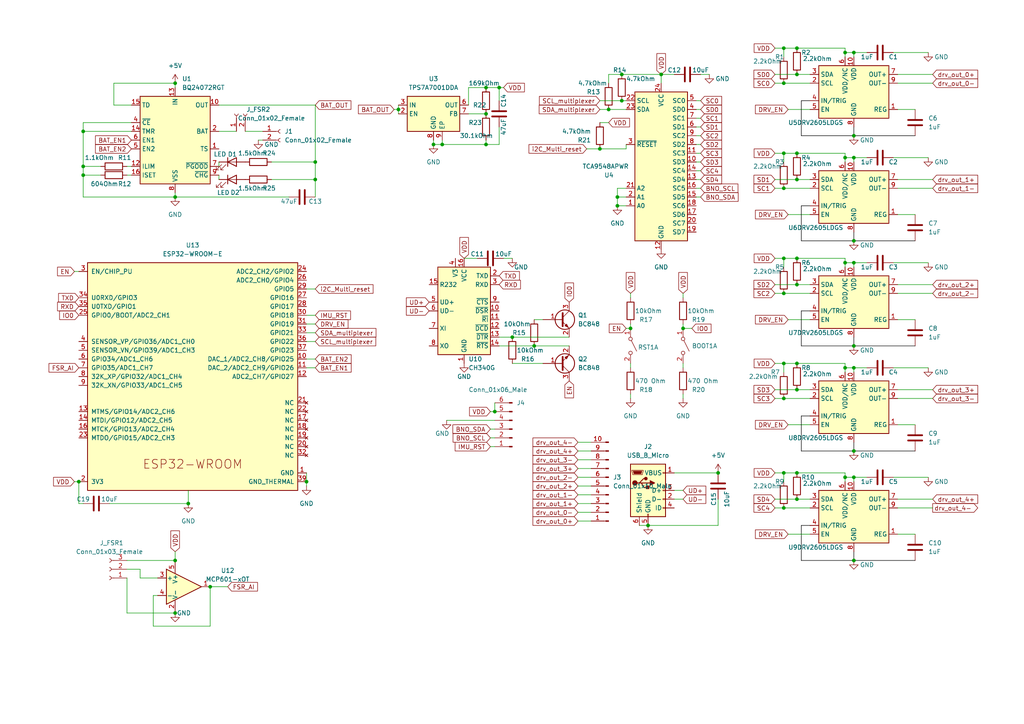
<source format=kicad_sch>
(kicad_sch (version 20211123) (generator eeschema)
  (paper "A4")
  (junction (at 176.53 31.75))
  (junction (at 191.77 21.59))
  (junction (at 180.34 21.59))
  (junction (at 182.88 95.25))
  (junction (at 24.13 38.1))
  (junction (at 180.34 29.21))
  (junction (at 140.97 25.4))
  (junction (at 227.33 24.13))
  (junction (at 91.44 52.07))
  (junction (at 50.8 162.56))
  (junction (at 140.97 33.02))
  (junction (at 231.14 52.07))
  (junction (at 245.11 15.24))
  (junction (at 227.33 137.16))
  (junction (at 22.86 139.7))
  (junction (at 227.33 147.32))
  (junction (at 144.78 25.4))
  (junction (at 231.14 137.16))
  (junction (at 50.8 24.13))
  (junction (at 198.12 95.25))
  (junction (at 148.59 97.79))
  (junction (at 231.14 144.78))
  (junction (at 231.14 105.41))
  (junction (at 143.51 119.38))
  (junction (at 231.14 21.59))
  (junction (at 227.33 115.57))
  (junction (at 245.11 106.68))
  (junction (at 227.33 13.97))
  (junction (at 88.9 139.7))
  (junction (at 231.14 13.97))
  (junction (at 247.65 45.72))
  (junction (at 115.57 31.75))
  (junction (at 208.28 137.16))
  (junction (at 24.13 48.26))
  (junction (at 231.14 44.45))
  (junction (at 128.27 41.91))
  (junction (at 173.99 43.18))
  (junction (at 179.07 57.15))
  (junction (at 247.65 106.68))
  (junction (at 247.65 100.33))
  (junction (at 227.33 74.93))
  (junction (at 247.65 138.43))
  (junction (at 179.07 59.69))
  (junction (at 187.96 152.4))
  (junction (at 125.73 41.91))
  (junction (at 247.65 76.2))
  (junction (at 247.65 162.56))
  (junction (at 50.8 57.15))
  (junction (at 154.94 100.33))
  (junction (at 227.33 54.61))
  (junction (at 140.97 41.91))
  (junction (at 50.8 177.8))
  (junction (at 54.61 146.05))
  (junction (at 245.11 76.2))
  (junction (at 247.65 130.81))
  (junction (at 227.33 105.41))
  (junction (at 24.13 50.8))
  (junction (at 231.14 82.55))
  (junction (at 247.65 39.37))
  (junction (at 231.14 113.03))
  (junction (at 91.44 46.99))
  (junction (at 227.33 85.09))
  (junction (at 245.11 45.72))
  (junction (at 247.65 15.24))
  (junction (at 247.65 69.85))
  (junction (at 231.14 74.93))
  (junction (at 227.33 44.45))
  (junction (at 60.96 170.18))
  (junction (at 245.11 138.43))
  (wire (pts (xy 231.14 52.07) (xy 234.95 52.07)))
  (wire (pts (xy 247.65 106.68) (xy 251.46 106.68)))
  (wire (pts (xy 36.83 48.26) (xy 38.1 48.26)))
  (wire (pts (xy 129.54 121.92) (xy 143.51 121.92)))
  (wire (pts (xy 91.44 30.48) (xy 91.44 46.99)))
  (wire (pts (xy 260.35 82.55) (xy 270.51 82.55)))
  (wire (pts (xy 247.65 69.85) (xy 247.65 67.31)) (stroke (width 0) (color 0 0 0 1)))
  (wire (pts (xy 247.65 100.33) (xy 265.43 100.33)) (stroke (width 0) (color 0 0 0 1)))
  (wire (pts (xy 40.64 167.64) (xy 45.72 167.64)))
  (wire (pts (xy 247.65 139.7) (xy 247.65 138.43)))
  (wire (pts (xy 245.11 106.68) (xy 247.65 106.68)))
  (wire (pts (xy 227.33 85.09) (xy 234.95 85.09)))
  (wire (pts (xy 40.64 167.64) (xy 40.64 165.1)))
  (wire (pts (xy 191.77 21.59) (xy 195.58 21.59)))
  (wire (pts (xy 22.86 146.05) (xy 22.86 139.7)))
  (wire (pts (xy 247.65 130.81) (xy 265.43 130.81)) (stroke (width 0) (color 0 0 0 1)))
  (wire (pts (xy 203.2 44.45) (xy 201.93 44.45)))
  (wire (pts (xy 245.11 105.41) (xy 245.11 106.68)))
  (wire (pts (xy 144.78 25.4) (xy 140.97 25.4)))
  (wire (pts (xy 227.33 105.41) (xy 231.14 105.41)))
  (wire (pts (xy 29.21 50.8) (xy 24.13 50.8)))
  (wire (pts (xy 74.93 40.64) (xy 76.2 40.64)))
  (wire (pts (xy 91.44 99.06) (xy 88.9 99.06)))
  (wire (pts (xy 115.57 30.48) (xy 115.57 31.75)))
  (wire (pts (xy 234.95 152.4) (xy 232.41 152.4)) (stroke (width 0) (color 0 0 0 1)))
  (wire (pts (xy 247.65 100.33) (xy 247.65 97.79)) (stroke (width 0) (color 0 0 0 1)))
  (wire (pts (xy 198.12 106.68) (xy 198.12 105.41)))
  (wire (pts (xy 50.8 57.15) (xy 83.82 57.15)))
  (wire (pts (xy 24.13 35.56) (xy 24.13 38.1)))
  (wire (pts (xy 245.11 45.72) (xy 247.65 45.72)))
  (wire (pts (xy 203.2 54.61) (xy 201.93 54.61)))
  (wire (pts (xy 140.97 40.64) (xy 140.97 41.91)))
  (wire (pts (xy 260.35 54.61) (xy 270.51 54.61)))
  (wire (pts (xy 224.79 105.41) (xy 227.33 105.41)))
  (wire (pts (xy 247.65 69.85) (xy 265.43 69.85)) (stroke (width 0) (color 0 0 0 1)))
  (wire (pts (xy 260.35 147.32) (xy 270.51 147.32)))
  (wire (pts (xy 24.13 146.05) (xy 22.86 146.05)))
  (wire (pts (xy 31.75 146.05) (xy 54.61 146.05)))
  (wire (pts (xy 148.59 97.79) (xy 165.1 97.79)))
  (wire (pts (xy 179.07 57.15) (xy 181.61 57.15)))
  (wire (pts (xy 234.95 59.69) (xy 232.41 59.69)) (stroke (width 0) (color 0 0 0 1)))
  (wire (pts (xy 142.24 119.38) (xy 143.51 119.38)))
  (wire (pts (xy 203.2 52.07) (xy 201.93 52.07)))
  (wire (pts (xy 36.83 162.56) (xy 50.8 162.56)))
  (wire (pts (xy 260.35 154.94) (xy 265.43 154.94)))
  (wire (pts (xy 54.61 142.24) (xy 54.61 146.05)))
  (wire (pts (xy 203.2 36.83) (xy 201.93 36.83)))
  (wire (pts (xy 135.89 25.4) (xy 140.97 25.4)))
  (wire (pts (xy 128.27 41.91) (xy 140.97 41.91)))
  (wire (pts (xy 227.33 115.57) (xy 234.95 115.57)))
  (wire (pts (xy 134.62 74.93) (xy 138.43 74.93)))
  (wire (pts (xy 260.35 62.23) (xy 265.43 62.23)))
  (wire (pts (xy 21.59 139.7) (xy 22.86 139.7)))
  (wire (pts (xy 269.24 45.72) (xy 259.08 45.72)))
  (wire (pts (xy 181.61 95.25) (xy 182.88 95.25)))
  (wire (pts (xy 232.41 162.56) (xy 247.65 162.56)) (stroke (width 0) (color 5 5 5 1)))
  (wire (pts (xy 224.79 85.09) (xy 227.33 85.09)))
  (wire (pts (xy 148.59 105.41) (xy 157.48 105.41)))
  (wire (pts (xy 227.33 139.7) (xy 227.33 137.16)))
  (wire (pts (xy 180.34 21.59) (xy 191.77 21.59)))
  (wire (pts (xy 144.78 97.79) (xy 148.59 97.79)))
  (wire (pts (xy 227.33 147.32) (xy 234.95 147.32)))
  (wire (pts (xy 195.58 137.16) (xy 208.28 137.16)))
  (wire (pts (xy 224.79 115.57) (xy 227.33 115.57)))
  (wire (pts (xy 232.41 29.21) (xy 232.41 39.37)) (stroke (width 0) (color 0 0 0 1)))
  (wire (pts (xy 135.89 33.02) (xy 140.97 33.02)))
  (wire (pts (xy 245.11 44.45) (xy 245.11 45.72)))
  (wire (pts (xy 203.2 39.37) (xy 201.93 39.37)))
  (wire (pts (xy 228.6 92.71) (xy 234.95 92.71)))
  (wire (pts (xy 208.28 152.4) (xy 187.96 152.4)))
  (wire (pts (xy 144.78 41.91) (xy 140.97 41.91)))
  (wire (pts (xy 63.5 38.1) (xy 68.58 38.1)))
  (wire (pts (xy 228.6 31.75) (xy 234.95 31.75)))
  (wire (pts (xy 224.79 21.59) (xy 231.14 21.59)))
  (wire (pts (xy 260.35 113.03) (xy 270.51 113.03)))
  (wire (pts (xy 208.28 144.78) (xy 208.28 152.4)))
  (wire (pts (xy 203.2 29.21) (xy 201.93 29.21)))
  (wire (pts (xy 167.64 128.27) (xy 171.45 128.27)))
  (wire (pts (xy 247.65 77.47) (xy 247.65 76.2)))
  (wire (pts (xy 232.41 69.85) (xy 247.65 69.85)) (stroke (width 0) (color 5 5 5 1)))
  (wire (pts (xy 232.41 152.4) (xy 232.41 162.56)) (stroke (width 0) (color 0 0 0 1)))
  (wire (pts (xy 170.18 43.18) (xy 173.99 43.18)))
  (wire (pts (xy 245.11 138.43) (xy 245.11 139.7)))
  (wire (pts (xy 231.14 105.41) (xy 245.11 105.41)))
  (wire (pts (xy 60.96 170.18) (xy 60.96 181.61)))
  (wire (pts (xy 63.5 52.07) (xy 63.5 50.8)))
  (wire (pts (xy 167.64 138.43) (xy 171.45 138.43)))
  (wire (pts (xy 185.42 152.4) (xy 187.96 152.4)))
  (wire (pts (xy 167.64 140.97) (xy 171.45 140.97)))
  (wire (pts (xy 167.64 148.59) (xy 171.45 148.59)))
  (wire (pts (xy 91.44 91.44) (xy 88.9 91.44)))
  (wire (pts (xy 224.79 74.93) (xy 227.33 74.93)))
  (wire (pts (xy 260.35 92.71) (xy 265.43 92.71)))
  (wire (pts (xy 91.44 104.14) (xy 88.9 104.14)))
  (wire (pts (xy 228.6 154.94) (xy 234.95 154.94)))
  (wire (pts (xy 224.79 44.45) (xy 227.33 44.45)))
  (wire (pts (xy 227.33 54.61) (xy 234.95 54.61)))
  (wire (pts (xy 173.99 43.18) (xy 181.61 43.18)))
  (wire (pts (xy 191.77 21.59) (xy 191.77 24.13)))
  (wire (pts (xy 40.64 165.1) (xy 36.83 165.1)))
  (wire (pts (xy 142.24 127) (xy 143.51 127)))
  (wire (pts (xy 231.14 113.03) (xy 234.95 113.03)))
  (wire (pts (xy 203.2 57.15) (xy 201.93 57.15)))
  (wire (pts (xy 227.33 107.95) (xy 227.33 105.41)))
  (wire (pts (xy 203.2 49.53) (xy 201.93 49.53)))
  (wire (pts (xy 232.41 90.17) (xy 232.41 100.33)) (stroke (width 0) (color 0 0 0 1)))
  (wire (pts (xy 33.02 24.13) (xy 50.8 24.13)))
  (wire (pts (xy 234.95 29.21) (xy 232.41 29.21)) (stroke (width 0) (color 0 0 0 1)))
  (wire (pts (xy 247.65 15.24) (xy 251.46 15.24)))
  (wire (pts (xy 91.44 106.68) (xy 88.9 106.68)))
  (wire (pts (xy 231.14 82.55) (xy 234.95 82.55)))
  (wire (pts (xy 176.53 24.13) (xy 176.53 21.59)))
  (wire (pts (xy 146.05 25.4) (xy 144.78 25.4)))
  (wire (pts (xy 227.33 137.16) (xy 231.14 137.16)))
  (wire (pts (xy 247.65 162.56) (xy 247.65 160.02)) (stroke (width 0) (color 0 0 0 1)))
  (wire (pts (xy 38.1 35.56) (xy 24.13 35.56)))
  (wire (pts (xy 247.65 138.43) (xy 251.46 138.43)))
  (wire (pts (xy 24.13 38.1) (xy 38.1 38.1)))
  (wire (pts (xy 142.24 124.46) (xy 143.51 124.46)))
  (wire (pts (xy 245.11 76.2) (xy 247.65 76.2)))
  (wire (pts (xy 234.95 90.17) (xy 232.41 90.17)) (stroke (width 0) (color 0 0 0 1)))
  (wire (pts (xy 247.65 162.56) (xy 265.43 162.56)) (stroke (width 0) (color 0 0 0 1)))
  (wire (pts (xy 146.05 74.93) (xy 148.59 74.93)))
  (wire (pts (xy 198.12 144.78) (xy 195.58 144.78)))
  (wire (pts (xy 231.14 21.59) (xy 234.95 21.59)))
  (wire (pts (xy 179.07 59.69) (xy 179.07 57.15)))
  (wire (pts (xy 269.24 106.68) (xy 259.08 106.68)))
  (wire (pts (xy 36.83 177.8) (xy 50.8 177.8)))
  (wire (pts (xy 245.11 15.24) (xy 247.65 15.24)))
  (wire (pts (xy 231.14 44.45) (xy 245.11 44.45)))
  (wire (pts (xy 198.12 85.09) (xy 198.12 86.36)))
  (wire (pts (xy 232.41 39.37) (xy 247.65 39.37)) (stroke (width 0) (color 5 5 5 1)))
  (wire (pts (xy 224.79 82.55) (xy 231.14 82.55)))
  (wire (pts (xy 260.35 144.78) (xy 270.51 144.78)))
  (wire (pts (xy 224.79 113.03) (xy 231.14 113.03)))
  (wire (pts (xy 154.94 100.33) (xy 165.1 100.33)))
  (wire (pts (xy 245.11 138.43) (xy 247.65 138.43)))
  (wire (pts (xy 228.6 123.19) (xy 234.95 123.19)))
  (wire (pts (xy 224.79 54.61) (xy 227.33 54.61)))
  (wire (pts (xy 78.74 52.07) (xy 91.44 52.07)))
  (wire (pts (xy 203.2 31.75) (xy 201.93 31.75)))
  (wire (pts (xy 203.2 21.59) (xy 205.74 21.59)))
  (wire (pts (xy 247.65 45.72) (xy 251.46 45.72)))
  (wire (pts (xy 63.5 30.48) (xy 91.44 30.48)))
  (wire (pts (xy 232.41 100.33) (xy 247.65 100.33)) (stroke (width 0) (color 5 5 5 1)))
  (wire (pts (xy 24.13 50.8) (xy 24.13 57.15)))
  (wire (pts (xy 50.8 24.13) (xy 50.8 25.4)))
  (wire (pts (xy 227.33 13.97) (xy 231.14 13.97)))
  (wire (pts (xy 228.6 62.23) (xy 234.95 62.23)))
  (wire (pts (xy 245.11 137.16) (xy 245.11 138.43)))
  (wire (pts (xy 245.11 76.2) (xy 245.11 77.47)))
  (wire (pts (xy 173.99 31.75) (xy 176.53 31.75)))
  (wire (pts (xy 245.11 45.72) (xy 245.11 46.99)))
  (wire (pts (xy 24.13 48.26) (xy 24.13 50.8)))
  (wire (pts (xy 88.9 139.7) (xy 88.9 140.97)))
  (wire (pts (xy 224.79 52.07) (xy 231.14 52.07)))
  (wire (pts (xy 247.65 107.95) (xy 247.65 106.68)))
  (wire (pts (xy 227.33 24.13) (xy 234.95 24.13)))
  (wire (pts (xy 181.61 43.18) (xy 181.61 41.91)))
  (wire (pts (xy 232.41 59.69) (xy 232.41 69.85)) (stroke (width 0) (color 0 0 0 1)))
  (wire (pts (xy 91.44 83.82) (xy 88.9 83.82)))
  (wire (pts (xy 144.78 25.4) (xy 144.78 29.21)))
  (wire (pts (xy 182.88 93.98) (xy 182.88 95.25)))
  (wire (pts (xy 91.44 52.07) (xy 91.44 57.15)))
  (wire (pts (xy 227.33 16.51) (xy 227.33 13.97)))
  (wire (pts (xy 167.64 135.89) (xy 171.45 135.89)))
  (wire (pts (xy 224.79 137.16) (xy 227.33 137.16)))
  (wire (pts (xy 154.94 92.71) (xy 157.48 92.71)))
  (wire (pts (xy 245.11 74.93) (xy 245.11 76.2)))
  (wire (pts (xy 247.65 16.51) (xy 247.65 15.24)))
  (wire (pts (xy 125.73 40.64) (xy 125.73 41.91)))
  (wire (pts (xy 128.27 40.64) (xy 128.27 41.91)))
  (wire (pts (xy 50.8 55.88) (xy 50.8 57.15)))
  (wire (pts (xy 179.07 59.69) (xy 181.61 59.69)))
  (wire (pts (xy 198.12 95.25) (xy 200.66 95.25)))
  (wire (pts (xy 167.64 151.13) (xy 171.45 151.13)))
  (wire (pts (xy 231.14 74.93) (xy 245.11 74.93)))
  (wire (pts (xy 232.41 130.81) (xy 247.65 130.81)) (stroke (width 0) (color 5 5 5 1)))
  (wire (pts (xy 232.41 120.65) (xy 232.41 130.81)) (stroke (width 0) (color 0 0 0 1)))
  (wire (pts (xy 135.89 30.48) (xy 135.89 25.4)))
  (wire (pts (xy 231.14 144.78) (xy 234.95 144.78)))
  (wire (pts (xy 234.95 120.65) (xy 232.41 120.65)) (stroke (width 0) (color 0 0 0 1)))
  (wire (pts (xy 260.35 123.19) (xy 265.43 123.19)))
  (wire (pts (xy 269.24 76.2) (xy 259.08 76.2)))
  (wire (pts (xy 245.11 15.24) (xy 245.11 16.51)))
  (wire (pts (xy 247.65 76.2) (xy 251.46 76.2)))
  (wire (pts (xy 227.33 77.47) (xy 227.33 74.93)))
  (wire (pts (xy 180.34 29.21) (xy 181.61 29.21)))
  (wire (pts (xy 24.13 57.15) (xy 50.8 57.15)))
  (wire (pts (xy 245.11 106.68) (xy 245.11 107.95)))
  (wire (pts (xy 91.44 93.98) (xy 88.9 93.98)))
  (wire (pts (xy 198.12 142.24) (xy 195.58 142.24)))
  (wire (pts (xy 91.44 96.52) (xy 88.9 96.52)))
  (wire (pts (xy 260.35 115.57) (xy 270.51 115.57)))
  (wire (pts (xy 260.35 52.07) (xy 270.51 52.07)))
  (wire (pts (xy 269.24 138.43) (xy 259.08 138.43)))
  (wire (pts (xy 231.14 137.16) (xy 245.11 137.16)))
  (wire (pts (xy 182.88 106.68) (xy 182.88 105.41)))
  (wire (pts (xy 269.24 15.24) (xy 259.08 15.24)))
  (wire (pts (xy 33.02 30.48) (xy 33.02 24.13)))
  (wire (pts (xy 60.96 181.61) (xy 44.45 181.61)))
  (wire (pts (xy 36.83 50.8) (xy 38.1 50.8)))
  (wire (pts (xy 63.5 46.99) (xy 63.5 48.26)))
  (wire (pts (xy 78.74 46.99) (xy 91.44 46.99)))
  (wire (pts (xy 231.14 13.97) (xy 245.11 13.97)))
  (wire (pts (xy 71.12 38.1) (xy 76.2 38.1)))
  (wire (pts (xy 21.59 78.74) (xy 22.86 78.74)))
  (wire (pts (xy 44.45 181.61) (xy 44.45 172.72)))
  (wire (pts (xy 198.12 93.98) (xy 198.12 95.25)))
  (wire (pts (xy 143.51 116.84) (xy 143.51 119.38)))
  (wire (pts (xy 203.2 41.91) (xy 201.93 41.91)))
  (wire (pts (xy 24.13 38.1) (xy 24.13 48.26)))
  (wire (pts (xy 144.78 100.33) (xy 154.94 100.33)))
  (wire (pts (xy 179.07 57.15) (xy 179.07 54.61)))
  (wire (pts (xy 224.79 144.78) (xy 231.14 144.78)))
  (wire (pts (xy 173.99 29.21) (xy 180.34 29.21)))
  (wire (pts (xy 260.35 85.09) (xy 270.51 85.09)))
  (wire (pts (xy 245.11 13.97) (xy 245.11 15.24)))
  (wire (pts (xy 88.9 137.16) (xy 88.9 139.7)))
  (wire (pts (xy 247.65 39.37) (xy 265.43 39.37)) (stroke (width 0) (color 0 0 0 1)))
  (wire (pts (xy 167.64 146.05) (xy 171.45 146.05)))
  (wire (pts (xy 227.33 44.45) (xy 231.14 44.45)))
  (wire (pts (xy 224.79 24.13) (xy 227.33 24.13)))
  (wire (pts (xy 176.53 31.75) (xy 181.61 31.75)))
  (wire (pts (xy 182.88 85.09) (xy 182.88 86.36)))
  (wire (pts (xy 260.35 21.59) (xy 270.51 21.59)))
  (wire (pts (xy 227.33 74.93) (xy 231.14 74.93)))
  (wire (pts (xy 176.53 35.56) (xy 173.99 35.56)))
  (wire (pts (xy 167.64 133.35) (xy 171.45 133.35)))
  (wire (pts (xy 29.21 48.26) (xy 24.13 48.26)))
  (wire (pts (xy 125.73 41.91) (xy 128.27 41.91)))
  (wire (pts (xy 182.88 115.57) (xy 182.88 114.3)))
  (wire (pts (xy 227.33 46.99) (xy 227.33 44.45)))
  (wire (pts (xy 44.45 172.72) (xy 45.72 172.72)))
  (wire (pts (xy 114.3 31.75) (xy 115.57 31.75)))
  (wire (pts (xy 91.44 46.99) (xy 91.44 52.07)))
  (wire (pts (xy 38.1 30.48) (xy 33.02 30.48)))
  (wire (pts (xy 167.64 130.81) (xy 171.45 130.81)))
  (wire (pts (xy 260.35 24.13) (xy 270.51 24.13)))
  (wire (pts (xy 247.65 130.81) (xy 247.65 128.27)) (stroke (width 0) (color 0 0 0 1)))
  (wire (pts (xy 50.8 160.02) (xy 50.8 162.56)))
  (wire (pts (xy 142.24 129.54) (xy 143.51 129.54)))
  (wire (pts (xy 167.64 143.51) (xy 171.45 143.51)))
  (wire (pts (xy 60.96 170.18) (xy 66.04 170.18)))
  (wire (pts (xy 176.53 21.59) (xy 180.34 21.59)))
  (wire (pts (xy 36.83 167.64) (xy 36.83 177.8)))
  (wire (pts (xy 198.12 114.3) (xy 198.12 115.57)))
  (wire (pts (xy 179.07 54.61) (xy 181.61 54.61)))
  (wire (pts (xy 144.78 36.83) (xy 144.78 41.91)))
  (wire (pts (xy 203.2 34.29) (xy 201.93 34.29)))
  (wire (pts (xy 224.79 147.32) (xy 227.33 147.32)))
  (wire (pts (xy 247.65 46.99) (xy 247.65 45.72)))
  (wire (pts (xy 203.2 46.99) (xy 201.93 46.99)))
  (wire (pts (xy 247.65 39.37) (xy 247.65 36.83)) (stroke (width 0) (color 0 0 0 1)))
  (wire (pts (xy 260.35 31.75) (xy 265.43 31.75)))
  (wire (pts (xy 115.57 31.75) (xy 115.57 33.02)))
  (wire (pts (xy 224.79 13.97) (xy 227.33 13.97)))
  (global_label "drv_out_2-" (shape input) (at 167.64 138.43 180) (property "Intersheet References" "${INTERSHEET_REFS}" (effects hide)))
  (global_label "EN" (shape input) (at 165.1 110.49 270) (property "Intersheet References" "${INTERSHEET_REFS}" (effects hide)))
  (global_label "DRV_EN" (shape input) (at 228.6 92.71 180) (property "Intersheet References" "${INTERSHEET_REFS}" (effects hide)))
  (global_label "drv_out_2+" (shape input) (at 167.64 140.97 180) (property "Intersheet References" "${INTERSHEET_REFS}" (effects hide)))
  (global_label "DRV_EN" (shape input) (at 228.6 31.75 180) (property "Intersheet References" "${INTERSHEET_REFS}" (effects hide)))
  (global_label "SCL_multiplexer" (shape input) (at 91.44 99.06 0) (property "Intersheet References" "${INTERSHEET_REFS}" (effects hide)))
  (global_label "IMU_RST" (shape input) (at 142.24 129.54 180) (property "Intersheet References" "${INTERSHEET_REFS}" (effects hide)))
  (global_label "drv_out_1+" (shape input) (at 270.51 52.07 0) (property "Intersheet References" "${INTERSHEET_REFS}" (effects hide)))
  (global_label "UD+" (shape input) (at 124.46 87.63 180) (property "Intersheet References" "${INTERSHEET_REFS}" (effects hide)))
  (global_label "BAT_OUT" (shape input) (at 91.44 30.48 0) (property "Intersheet References" "${INTERSHEET_REFS}" (effects hide)))
  (global_label "drv_out_1+" (shape input) (at 167.64 146.05 180) (property "Intersheet References" "${INTERSHEET_REFS}" (effects hide)))
  (global_label "SDA_multiplexer" (shape input) (at 91.44 96.52 0) (property "Intersheet References" "${INTERSHEET_REFS}" (effects hide)))
  (global_label "drv_out_4-" (shape input) (at 167.64 128.27 180) (property "Intersheet References" "${INTERSHEET_REFS}" (effects hide)))
  (global_label "SD3" (shape input) (at 203.2 46.99 0) (property "Intersheet References" "${INTERSHEET_REFS}" (effects hide)))
  (global_label "drv_out_3-" (shape input) (at 167.64 133.35 180) (property "Intersheet References" "${INTERSHEET_REFS}" (effects hide)))
  (global_label "VDD" (shape input) (at 182.88 85.09 90) (property "Intersheet References" "${INTERSHEET_REFS}" (effects hide)))
  (global_label "UD+" (shape input) (at 198.12 142.24 0) (property "Intersheet References" "${INTERSHEET_REFS}" (effects hide)))
  (global_label "IO0" (shape input) (at 200.66 95.25 0) (property "Intersheet References" "${INTERSHEET_REFS}" (effects hide)))
  (global_label "drv_out_3-" (shape input) (at 270.51 115.57 0) (property "Intersheet References" "${INTERSHEET_REFS}" (effects hide)))
  (global_label "SC3" (shape input) (at 203.2 44.45 0) (property "Intersheet References" "${INTERSHEET_REFS}" (effects hide)))
  (global_label "VDD" (shape input) (at 198.12 85.09 90) (property "Intersheet References" "${INTERSHEET_REFS}" (effects hide)))
  (global_label "VDD" (shape input) (at 142.24 119.38 180) (property "Intersheet References" "${INTERSHEET_REFS}" (effects hide)))
  (global_label "drv_out_0-" (shape input) (at 270.51 24.13 0) (property "Intersheet References" "${INTERSHEET_REFS}" (effects hide)))
  (global_label "drv_out_1-" (shape input) (at 270.51 54.61 0) (property "Intersheet References" "${INTERSHEET_REFS}" (effects hide)))
  (global_label "BNO_SDA" (shape input) (at 142.24 124.46 180) (property "Intersheet References" "${INTERSHEET_REFS}" (effects hide)))
  (global_label "RXD" (shape input) (at 144.78 82.55 0) (property "Intersheet References" "${INTERSHEET_REFS}" (effects hide)))
  (global_label "VDD" (shape input) (at 224.79 13.97 180) (property "Intersheet References" "${INTERSHEET_REFS}" (effects hide)))
  (global_label "UD-" (shape input) (at 198.12 144.78 0) (property "Intersheet References" "${INTERSHEET_REFS}" (effects hide)))
  (global_label "VDD" (shape input) (at 134.62 74.93 90) (property "Intersheet References" "${INTERSHEET_REFS}" (effects hide)))
  (global_label "drv_out_1-" (shape input) (at 167.64 143.51 180) (property "Intersheet References" "${INTERSHEET_REFS}" (effects hide)))
  (global_label "IO0" (shape input) (at 22.86 91.44 180) (property "Intersheet References" "${INTERSHEET_REFS}" (effects hide)))
  (global_label "BAT_EN1" (shape input) (at 91.44 106.68 0) (property "Intersheet References" "${INTERSHEET_REFS}" (effects hide)))
  (global_label "IO0" (shape input) (at 165.1 87.63 90) (property "Intersheet References" "${INTERSHEET_REFS}" (effects hide)))
  (global_label "BAT_OUT" (shape input) (at 114.3 31.75 180) (property "Intersheet References" "${INTERSHEET_REFS}" (effects hide)))
  (global_label "drv_out_4+" (shape input) (at 167.64 130.81 180) (property "Intersheet References" "${INTERSHEET_REFS}" (effects hide)))
  (global_label "SD1" (shape input) (at 224.79 52.07 180) (property "Intersheet References" "${INTERSHEET_REFS}" (effects hide)))
  (global_label "drv_out_0+" (shape input) (at 167.64 151.13 180) (property "Intersheet References" "${INTERSHEET_REFS}" (effects hide)))
  (global_label "VDD" (shape input) (at 176.53 35.56 0) (property "Intersheet References" "${INTERSHEET_REFS}" (effects hide)))
  (global_label "drv_out_4+" (shape input) (at 270.51 144.78 0) (property "Intersheet References" "${INTERSHEET_REFS}" (effects hide)))
  (global_label "drv_out_2-" (shape input) (at 270.51 85.09 0) (property "Intersheet References" "${INTERSHEET_REFS}" (effects hide)))
  (global_label "DRV_EN" (shape input) (at 228.6 123.19 180) (property "Intersheet References" "${INTERSHEET_REFS}" (effects hide)))
  (global_label "SC2" (shape input) (at 224.79 85.09 180) (property "Intersheet References" "${INTERSHEET_REFS}" (effects hide)))
  (global_label "SC3" (shape input) (at 224.79 115.57 180) (property "Intersheet References" "${INTERSHEET_REFS}" (effects hide)))
  (global_label "SC1" (shape input) (at 203.2 34.29 0) (property "Intersheet References" "${INTERSHEET_REFS}" (effects hide)))
  (global_label "SC1" (shape input) (at 224.79 54.61 180) (property "Intersheet References" "${INTERSHEET_REFS}" (effects hide)))
  (global_label "VDD" (shape input) (at 146.05 25.4 0) (property "Intersheet References" "${INTERSHEET_REFS}" (effects hide)))
  (global_label "TXD" (shape input) (at 144.78 80.01 0) (property "Intersheet References" "${INTERSHEET_REFS}" (effects hide)))
  (global_label "BAT_EN1" (shape input) (at 38.1 40.64 180) (property "Intersheet References" "${INTERSHEET_REFS}" (effects hide)))
  (global_label "VDD" (shape input) (at 21.59 139.7 180) (property "Intersheet References" "${INTERSHEET_REFS}" (effects hide)))
  (global_label "i2C_Multi_reset" (shape input) (at 91.44 83.82 0) (property "Intersheet References" "${INTERSHEET_REFS}" (effects hide)))
  (global_label "SC0" (shape input) (at 203.2 29.21 0) (property "Intersheet References" "${INTERSHEET_REFS}" (effects hide)))
  (global_label "SD0" (shape input) (at 203.2 31.75 0) (property "Intersheet References" "${INTERSHEET_REFS}" (effects hide)))
  (global_label "EN" (shape input) (at 21.59 78.74 180) (property "Intersheet References" "${INTERSHEET_REFS}" (effects hide)))
  (global_label "DRV_EN" (shape input) (at 228.6 154.94 180) (property "Intersheet References" "${INTERSHEET_REFS}" (effects hide)))
  (global_label "SD2" (shape input) (at 224.79 82.55 180) (property "Intersheet References" "${INTERSHEET_REFS}" (effects hide)))
  (global_label "SC4" (shape input) (at 224.79 147.32 180) (property "Intersheet References" "${INTERSHEET_REFS}" (effects hide)))
  (global_label "SC4" (shape input) (at 203.2 49.53 0) (property "Intersheet References" "${INTERSHEET_REFS}" (effects hide)))
  (global_label "VDD" (shape input) (at 191.77 21.59 90) (property "Intersheet References" "${INTERSHEET_REFS}" (effects hide)))
  (global_label "VDD" (shape input) (at 224.79 105.41 180) (property "Intersheet References" "${INTERSHEET_REFS}" (effects hide)))
  (global_label "drv_out_3+" (shape input) (at 270.51 113.03 0) (property "Intersheet References" "${INTERSHEET_REFS}" (effects hide)))
  (global_label "i2C_Multi_reset" (shape input) (at 170.18 43.18 180) (property "Intersheet References" "${INTERSHEET_REFS}" (effects hide)))
  (global_label "BAT_EN2" (shape input) (at 91.44 104.14 0) (property "Intersheet References" "${INTERSHEET_REFS}" (effects hide)))
  (global_label "drv_out_4-" (shape output) (at 270.51 147.32 0) (property "Intersheet References" "${INTERSHEET_REFS}" (effects hide)))
  (global_label "EN" (shape input) (at 181.61 95.25 180) (property "Intersheet References" "${INTERSHEET_REFS}" (effects hide)))
  (global_label "SD3" (shape input) (at 224.79 113.03 180) (property "Intersheet References" "${INTERSHEET_REFS}" (effects hide)))
  (global_label "drv_out_3+" (shape input) (at 167.64 135.89 180) (property "Intersheet References" "${INTERSHEET_REFS}" (effects hide)))
  (global_label "SD4" (shape input) (at 203.2 52.07 0) (property "Intersheet References" "${INTERSHEET_REFS}" (effects hide)))
  (global_label "VDD" (shape input) (at 224.79 74.93 180) (property "Intersheet References" "${INTERSHEET_REFS}" (effects hide)))
  (global_label "UD-" (shape input) (at 124.46 90.17 180) (property "Intersheet References" "${INTERSHEET_REFS}" (effects hide)))
  (global_label "VDD" (shape input) (at 50.8 160.02 90) (property "Intersheet References" "${INTERSHEET_REFS}" (effects hide)))
  (global_label "BNO_SDA" (shape input) (at 203.2 57.15 0) (property "Intersheet References" "${INTERSHEET_REFS}" (effects hide)))
  (global_label "VDD" (shape input) (at 224.79 137.16 180) (property "Intersheet References" "${INTERSHEET_REFS}" (effects hide)))
  (global_label "SC2" (shape input) (at 203.2 39.37 0) (property "Intersheet References" "${INTERSHEET_REFS}" (effects hide)))
  (global_label "SD4" (shape input) (at 224.79 144.78 180) (property "Intersheet References" "${INTERSHEET_REFS}" (effects hide)))
  (global_label "SC0" (shape input) (at 224.79 24.13 180) (property "Intersheet References" "${INTERSHEET_REFS}" (effects hide)))
  (global_label "SD0" (shape input) (at 224.79 21.59 180) (property "Intersheet References" "${INTERSHEET_REFS}" (effects hide)))
  (global_label "FSR_AI" (shape input) (at 22.86 106.68 180) (property "Intersheet References" "${INTERSHEET_REFS}" (effects hide)))
  (global_label "drv_out_2+" (shape input) (at 270.51 82.55 0) (property "Intersheet References" "${INTERSHEET_REFS}" (effects hide)))
  (global_label "BNO_SCL" (shape input) (at 203.2 54.61 0) (property "Intersheet References" "${INTERSHEET_REFS}" (effects hide)))
  (global_label "SD2" (shape input) (at 203.2 41.91 0) (property "Intersheet References" "${INTERSHEET_REFS}" (effects hide)))
  (global_label "SCL_multiplexer" (shape input) (at 173.99 29.21 180) (property "Intersheet References" "${INTERSHEET_REFS}" (effects hide)))
  (global_label "drv_out_0+" (shape input) (at 270.51 21.59 0) (property "Intersheet References" "${INTERSHEET_REFS}" (effects hide)))
  (global_label "FSR_AI" (shape input) (at 66.04 170.18 0) (property "Intersheet References" "${INTERSHEET_REFS}" (effects hide)))
  (global_label "DRV_EN" (shape input) (at 91.44 93.98 0) (property "Intersheet References" "${INTERSHEET_REFS}" (effects hide)))
  (global_label "VDD" (shape input) (at 224.79 44.45 180) (property "Intersheet References" "${INTERSHEET_REFS}" (effects hide)))
  (global_label "SD1" (shape input) (at 203.2 36.83 0) (property "Intersheet References" "${INTERSHEET_REFS}" (effects hide)))
  (global_label "BAT_EN2" (shape input) (at 38.1 43.18 180) (property "Intersheet References" "${INTERSHEET_REFS}" (effects hide)))
  (global_label "IMU_RST" (shape input) (at 91.44 91.44 0) (property "Intersheet References" "${INTERSHEET_REFS}" (effects hide)))
  (global_label "DRV_EN" (shape input) (at 228.6 62.23 180) (property "Intersheet References" "${INTERSHEET_REFS}" (effects hide)))
  (global_label "SDA_multiplexer" (shape input) (at 173.99 31.75 180) (property "Intersheet References" "${INTERSHEET_REFS}" (effects hide)))
  (global_label "RXD" (shape input) (at 22.86 88.9 180) (property "Intersheet References" "${INTERSHEET_REFS}" (effects hide)))
  (global_label "BNO_SCL" (shape input) (at 142.24 127 180) (property "Intersheet References" "${INTERSHEET_REFS}" (effects hide)))
  (global_label "TXD" (shape input) (at 22.86 86.36 180) (property "Intersheet References" "${INTERSHEET_REFS}" (effects hide)))
  (global_label "drv_out_0-" (shape input) (at 167.64 148.59 180) (property "Intersheet References" "${INTERSHEET_REFS}" (effects hide)))
  (symbol (lib_id "Device:R") (at 33.02 48.26 90) (unit 1)
    (property "Reference" "R11" (at 38.1 45.72 90) (effects (justify left)))
    (property "Value" "1.1kOhm" (at 33.02 45.72 90) (effects (justify left)))
    (property "Footprint" "Resistor_SMD:R_0402_1005Metric" (effects hide))
  )
  (symbol (lib_id "Regulator_Linear:TPS7A7001DDA") (at 125.73 33.02 0) (unit 1)
    (property "Reference" "U3" (at 125.73 22.86 0))
    (property "Value" "TPS7A7001DDA" (at 125.73 25.4 0))
    (property "Footprint" "Package_SO:TI_SO-PowerPAD-8_ThermalVias" (effects hide))
    (property "Datasheet" "http://www.ti.com/lit/ds/symlink/tps7a7001.pdf" (effects hide))
  )
  (symbol (lib_id "Device:R") (at 140.97 29.21 0) (unit 1)
    (property "Reference" "R22" (at 137.16 30.48 0) (effects (justify left)))
    (property "Value" "169kOhm" (at 135.89 24.13 0) (effects (justify left)))
    (property "Footprint" "Resistor_SMD:R_0402_1005Metric" (effects hide))
  )
  (symbol (lib_id "power:GND") (at 247.65 39.37 0) (unit 1)
    (property "Reference" "#PWR0111" (effects hide))
    (property "Value" "GND" (at 251.46 40.64 0))
  )
  (symbol (lib_id "power:GND") (at 50.8 57.15 0) (unit 1)
    (property "Reference" "#PWR0122" (effects hide))
    (property "Value" "GND" (at 50.8 62.23 0))
  )
  (symbol (lib_id "Device:R") (at 227.33 50.8 0) (unit 1)
    (property "Reference" "R3" (at 224.79 46.99 0) (effects (justify left)))
    (property "Value" "2.2kOhm" (at 218.44 48.26 0) (effects (justify left)))
    (property "Footprint" "Resistor_SMD:R_0402_1005Metric" (effects hide))
  )
  (symbol (lib_id "Battery_Management:BQ24072RGT") (at 50.8 40.64 0) (unit 1)
    (property "Reference" "U1" (at 52.8194 22.86 0) (effects (justify left)))
    (property "Value" "BQ24072RGT" (at 52.8194 25.4 0) (effects (justify left)))
    (property "Footprint" "Package_DFN_QFN:VQFN-16-1EP_3x3mm_P0.5mm_EP1.6x1.6mm" (effects hide))
    (property "Datasheet" "http://www.ti.com/lit/ds/symlink/bq24072.pdf" (effects hide))
  )
  (symbol (lib_id "Device:C") (at 255.27 45.72 90) (unit 1)
    (property "Reference" "C2" (at 259.08 46.99 90))
    (property "Value" "1uF" (at 251.46 46.99 90))
    (property "Footprint" "Capacitor_SMD:C_0402_1005Metric" (effects hide))
  )
  (symbol (lib_id "Device:R") (at 74.93 46.99 90) (unit 1)
    (property "Reference" "R24" (at 80.01 44.45 90) (effects (justify left)))
    (property "Value" "1.5kOhm" (at 77.47 44.45 90) (effects (justify left)))
    (property "Footprint" "Resistor_SMD:R_0402_1005Metric" (effects hide))
  )
  (symbol (lib_id "Device:C") (at 265.43 66.04 180) (unit 1)
    (property "Reference" "C7" (at 269.24 64.7699 0) (effects (justify right)))
    (property "Value" "1uF" (at 269.24 67.3099 0) (effects (justify right)))
    (property "Footprint" "Capacitor_SMD:C_0402_1005Metric" (effects hide))
  )
  (symbol (lib_id "Device:R") (at 176.53 27.94 0) (unit 1)
    (property "Reference" "R13" (at 170.18 26.67 0) (effects (justify left)))
    (property "Value" "4.7kOhm" (at 167.64 24.13 0) (effects (justify left)))
    (property "Footprint" "Resistor_SMD:R_0402_1005Metric" (effects hide))
  )
  (symbol (lib_id "power:+5V") (at 50.8 24.13 0) (unit 1)
    (property "Reference" "#PWR0123" (effects hide))
    (property "Value" "+5V" (at 50.8 19.05 0))
  )
  (symbol (lib_id "Device:C") (at 199.39 21.59 270) (unit 1)
    (property "Reference" "C12" (at 195.58 20.32 90))
    (property "Value" "10uF" (at 203.2 20.32 90))
    (property "Footprint" "Capacitor_SMD:C_0402_1005Metric" (effects hide))
  )
  (symbol (lib_id "power:GND") (at 269.24 138.43 0) (unit 1)
    (property "Reference" "#PWR0104" (effects hide))
    (property "Value" "GND" (at 273.05 139.7 0))
  )
  (symbol (lib_id "Device:R") (at 227.33 81.28 0) (unit 1)
    (property "Reference" "R5" (at 224.79 77.47 0) (effects (justify left)))
    (property "Value" "2.2kOhm" (at 218.44 78.74 0) (effects (justify left)))
    (property "Footprint" "Resistor_SMD:R_0402_1005Metric" (effects hide))
  )
  (symbol (lib_id "power:GND") (at 247.65 100.33 0) (unit 1)
    (property "Reference" "#PWR0113" (effects hide))
    (property "Value" "GND" (at 251.46 101.6 0))
  )
  (symbol (lib_id "power:GND") (at 247.65 130.81 0) (unit 1)
    (property "Reference" "#PWR0108" (effects hide))
    (property "Value" "GND" (at 251.46 132.08 0))
  )
  (symbol (lib_id "Connector:Conn_01x03_Female") (at 31.75 165.1 180) (unit 1)
    (property "Reference" "J_FSR1" (at 32.385 157.48 0))
    (property "Value" "Conn_01x03_Female" (at 31.75 160.02 0))
    (property "Footprint" "Connector_PinHeader_2.54mm:PinHeader_1x03_P2.54mm_Vertical" (effects hide))
  )
  (symbol (lib_id "Device:R") (at 180.34 25.4 0) (unit 1)
    (property "Reference" "R14" (at 177.8 20.32 0) (effects (justify left)))
    (property "Value" "4.7kOhm" (at 181.61 22.86 0) (effects (justify left)))
    (property "Footprint" "Resistor_SMD:R_0402_1005Metric" (effects hide))
  )
  (symbol (lib_id "power:GND") (at 74.93 40.64 0) (unit 1)
    (property "Reference" "#PWR0124" (effects hide))
    (property "Value" "GND" (at 78.74 41.91 0))
  )
  (symbol (lib_id "Amplifier_Operational:MCP601-xOT") (at 53.34 170.18 0) (unit 1)
    (property "Reference" "U12" (at 66.04 165.481 0))
    (property "Value" "MCP601-xOT" (at 66.04 168.021 0))
    (property "Footprint" "Package_TO_SOT_SMD:SOT-23-5" (effects hide))
    (property "Datasheet" "http://ww1.microchip.com/downloads/en/DeviceDoc/21314g.pdf" (effects hide))
  )
  (symbol (lib_id "Device:C") (at 255.27 15.24 90) (unit 1)
    (property "Reference" "C1" (at 259.08 16.51 90))
    (property "Value" "1uF" (at 251.46 16.51 90))
    (property "Footprint" "Capacitor_SMD:C_0402_1005Metric" (effects hide))
  )
  (symbol (lib_id "Device:R") (at 231.14 109.22 0) (unit 1)
    (property "Reference" "R8" (at 232.41 106.68 0) (effects (justify left)))
    (property "Value" "2.2kOhm" (at 232.8356 108.4678 0) (effects (justify left)))
    (property "Footprint" "Resistor_SMD:R_0402_1005Metric" (effects hide))
  )
  (symbol (lib_id "Device:R") (at 231.14 78.74 0) (unit 1)
    (property "Reference" "R6" (at 232.41 76.2 0) (effects (justify left)))
    (property "Value" "2.2kOhm" (at 232.8356 77.9878 0) (effects (justify left)))
    (property "Footprint" "Resistor_SMD:R_0402_1005Metric" (effects hide))
  )
  (symbol (lib_id "Device:R") (at 33.02 50.8 90) (unit 1)
    (property "Reference" "R12" (at 38.1 53.34 90) (effects (justify left)))
    (property "Value" "604Ohm" (at 34.29 53.34 90) (effects (justify left)))
    (property "Footprint" "Resistor_SMD:R_0402_1005Metric" (effects hide))
  )
  (symbol (lib_id "Connector:USB_B_Micro") (at 187.96 142.24 0) (unit 1)
    (property "Reference" "J2" (at 187.96 129.54 0))
    (property "Value" "USB_B_Micro" (at 187.96 132.08 0))
    (property "Footprint" "Connector_USB:USB_Micro-B_Amphenol_10118194_Horizontal" (effects hide))
  )
  (symbol (lib_id "Device:R") (at 182.88 110.49 0) (unit 1)
    (property "Reference" "R18" (at 185.42 113.03 0) (effects (justify left)))
    (property "Value" "470 Ohm" (at 184.15 110.49 0) (effects (justify left)))
    (property "Footprint" "Resistor_SMD:R_0402_1005Metric" (effects hide))
  )
  (symbol (lib_id "power:GND") (at 88.9 140.97 0) (unit 1)
    (property "Reference" "#PWR0130" (effects hide))
    (property "Value" "GND" (at 88.9 146.05 0))
  )
  (symbol (lib_id "Device:R") (at 154.94 96.52 0) (unit 1)
    (property "Reference" "R15" (at 148.59 96.52 0) (effects (justify left)))
    (property "Value" "10kOhm" (at 146.05 93.98 0) (effects (justify left)))
    (property "Footprint" "Resistor_SMD:R_0402_1005Metric" (effects hide))
  )
  (symbol (lib_id "Device:R") (at 227.33 143.51 0) (unit 1)
    (property "Reference" "R9" (at 224.79 139.7 0) (effects (justify left)))
    (property "Value" "2.2kOhm" (at 218.44 140.97 0) (effects (justify left)))
    (property "Footprint" "Resistor_SMD:R_0402_1005Metric" (effects hide))
  )
  (symbol (lib_id "Device:C") (at 142.24 74.93 270) (unit 1)
    (property "Reference" "C11" (at 138.43 73.66 90))
    (property "Value" "10uF" (at 146.05 73.66 90))
    (property "Footprint" "Capacitor_SMD:C_0402_1005Metric" (effects hide))
  )
  (symbol (lib_id "Interface_USB:CH340G") (at 134.62 90.17 0) (unit 1)
    (property "Reference" "U10" (at 135.89 104.14 0) (effects (justify left)))
    (property "Value" "CH340G" (at 135.89 106.68 0) (effects (justify left)))
    (property "Footprint" "Package_SO:SOIC-16_3.9x9.9mm_P1.27mm" (effects hide))
    (property "Datasheet" "http://www.datasheet5.com/pdf-local-2195953" (effects hide))
  )
  (symbol (lib_id "Driver_Haptic:DRV2605LDGS") (at 247.65 149.86 0) (unit 1)
    (property "Reference" "U9" (at 228.6 158.75 0) (effects (justify left)))
    (property "Value" "DRV2605LDGS" (at 231.14 158.75 0) (effects (justify left)))
    (property "Footprint" "Package_SO:VSSOP-10_3x3mm_P0.5mm" (effects hide))
    (property "Datasheet" "http://www.ti.com/lit/ds/symlink/drv2605l.pdf" (effects hide))
  )
  (symbol (lib_id "Device:C") (at 27.94 146.05 270) (unit 1)
    (property "Reference" "C19" (at 24.13 144.78 90))
    (property "Value" "10uF" (at 31.75 144.78 90))
    (property "Footprint" "Capacitor_SMD:C_0402_1005Metric" (effects hide))
  )
  (symbol (lib_id "power:GND") (at 269.24 76.2 0) (unit 1)
    (property "Reference" "#PWR0106" (effects hide))
    (property "Value" "GND" (at 273.05 77.47 0))
  )
  (symbol (lib_id "power:GND") (at 148.59 74.93 0) (unit 1)
    (property "Reference" "#PWR0118" (effects hide))
    (property "Value" "GND" (at 151.13 77.47 0))
  )
  (symbol (lib_id "Transistor_BJT:BC848") (at 162.56 92.71 0) (unit 1)
    (property "Reference" "Q1" (at 167.64 91.4399 0) (effects (justify left)))
    (property "Value" "BC848" (at 167.64 93.9799 0) (effects (justify left)))
    (property "Footprint" "Package_TO_SOT_SMD:SOT-23" (effects hide))
    (property "Datasheet" "http://www.infineon.com/dgdl/Infineon-BC847SERIES_BC848SERIES_BC849SERIES_BC850SERIES-DS-v01_01-en.pdf?fileId=db3a304314dca389011541d4630a1657" (effects hide))
  )
  (symbol (lib_id "power:GND") (at 50.8 177.8 0) (unit 1)
    (property "Reference" "#PWR0128" (effects hide))
    (property "Value" "GND" (at 53.34 177.8 0))
  )
  (symbol (lib_id "Interface_Expansion:TCA9548APWR") (at 191.77 46.99 0) (unit 1)
    (property "Reference" "U4" (at 175.26 50.8 0) (effects (justify left)))
    (property "Value" "TCA9548APWR" (at 168.91 48.26 0) (effects (justify left)))
    (property "Footprint" "Package_SO:TSSOP-24_4.4x7.8mm_P0.65mm" (effects hide))
    (property "Datasheet" "http://www.ti.com/lit/ds/symlink/tca9548a.pdf" (effects hide))
  )
  (symbol (lib_id "Device:C") (at 255.27 138.43 90) (unit 1)
    (property "Reference" "C5" (at 259.08 139.7 90))
    (property "Value" "1uF" (at 251.46 139.7 90))
    (property "Footprint" "Capacitor_SMD:C_0402_1005Metric" (effects hide))
  )
  (symbol (lib_id "Driver_Haptic:DRV2605LDGS") (at 247.65 57.15 0) (unit 1)
    (property "Reference" "U6" (at 228.6 66.04 0) (effects (justify left)))
    (property "Value" "DRV2605LDGS" (at 231.14 66.04 0) (effects (justify left)))
    (property "Footprint" "Package_SO:VSSOP-10_3x3mm_P0.5mm" (effects hide))
    (property "Datasheet" "http://www.ti.com/lit/ds/symlink/drv2605l.pdf" (effects hide))
  )
  (symbol (lib_id "Device:R") (at 173.99 39.37 180) (unit 1)
    (property "Reference" "R21" (at 171.45 40.64 0) (effects (justify left)))
    (property "Value" "4.7kOhm" (at 171.45 38.1 0) (effects (justify left)))
    (property "Footprint" "Resistor_SMD:R_0402_1005Metric" (effects hide))
  )
  (symbol (lib_id "Device:C") (at 255.27 76.2 90) (unit 1)
    (property "Reference" "C3" (at 259.08 77.47 90))
    (property "Value" "1uF" (at 251.46 77.47 90))
    (property "Footprint" "Capacitor_SMD:C_0402_1005Metric" (effects hide))
  )
  (symbol (lib_id "Device:R") (at 198.12 90.17 0) (unit 1)
    (property "Reference" "R19" (at 200.66 92.71 0) (effects (justify left)))
    (property "Value" "10kOhm" (at 199.39 90.17 0) (effects (justify left)))
    (property "Footprint" "Resistor_SMD:R_0402_1005Metric" (effects hide))
  )
  (symbol (lib_id "Device:C") (at 144.78 33.02 180) (unit 1)
    (property "Reference" "C14" (at 146.05 29.21 90))
    (property "Value" "47uF" (at 146.05 36.83 90))
    (property "Footprint" "Capacitor_SMD:C_0805_2012Metric" (effects hide))
  )
  (symbol (lib_id "Device:R") (at 231.14 140.97 0) (unit 1)
    (property "Reference" "R10" (at 232.41 138.43 0) (effects (justify left)))
    (property "Value" "2.2kOhm" (at 232.8356 140.2178 0) (effects (justify left)))
    (property "Footprint" "Resistor_SMD:R_0402_1005Metric" (effects hide))
  )
  (symbol (lib_id "power:GND") (at 205.74 21.59 0) (unit 1)
    (property "Reference" "#PWR0119" (effects hide))
    (property "Value" "GND" (at 209.55 22.86 0))
  )
  (symbol (lib_id "power:GND") (at 125.73 41.91 0) (unit 1)
    (property "Reference" "#PWR0103" (effects hide))
    (property "Value" "GND" (at 125.73 46.99 0))
  )
  (symbol (lib_id "Connector:Conn_01x02_Female") (at 81.28 38.1 0) (unit 1)
    (property "Reference" "J1" (at 82.55 38.0999 0) (effects (justify left)))
    (property "Value" "Conn_01x02_Female" (at 82.55 40.6399 0) (effects (justify left)))
    (property "Footprint" "Connector_JST:JST_PH_B2B-PH-K_1x02_P2.00mm_Vertical" (effects hide))
  )
  (symbol (lib_id "Switch:SW_DPST_x2") (at 182.88 100.33 270) (unit 1)
    (property "Reference" "RST1" (at 185.0238 100.7274 90) (effects (justify left)))
    (property "Value" "SW_DPST_x2" (effects hide))
    (property "Footprint" "Button_Switch_SMD:SW_SPST_B3U-1000P" (effects hide))
  )
  (symbol (lib_id "power:GND") (at 129.54 121.92 0) (unit 1)
    (property "Reference" "#PWR0129" (effects hide))
    (property "Value" "GND" (at 128.27 125.73 0))
  )
  (symbol (lib_id "Device:R") (at 231.14 17.78 0) (unit 1)
    (property "Reference" "R2" (at 232.41 15.24 0) (effects (justify left)))
    (property "Value" "2.2kOhm" (at 232.8356 17.0278 0) (effects (justify left)))
    (property "Footprint" "Resistor_SMD:R_0402_1005Metric" (effects hide))
  )
  (symbol (lib_id "power:GND") (at 269.24 106.68 0) (unit 1)
    (property "Reference" "#PWR0107" (effects hide))
    (property "Value" "GND" (at 273.05 107.95 0))
  )
  (symbol (lib_id "power:GND") (at 182.88 115.57 0) (unit 1)
    (property "Reference" "#PWR0115" (effects hide))
    (property "Value" "GND" (at 182.88 120.65 0))
  )
  (symbol (lib_id "Device:LED") (at 67.31 52.07 0) (unit 1)
    (property "Reference" "D2" (at 68.1856 55.8376 0))
    (property "Value" "LED" (at 64.77 55.88 0))
    (property "Footprint" "LED_SMD:LED_0402_1005Metric" (effects hide))
  )
  (symbol (lib_id "Connector:Conn_01x06_Male") (at 148.59 124.46 180) (unit 1)
    (property "Reference" "J4" (at 149.86 116.84 0) (effects (justify right)))
    (property "Value" "Conn_01x06_Male" (at 135.89 113.03 0) (effects (justify right)))
    (property "Footprint" "Connector_PinSocket_2.54mm:PinSocket_1x06_P2.54mm_Vertical" (effects hide))
  )
  (symbol (lib_id "Device:R") (at 231.14 48.26 0) (unit 1)
    (property "Reference" "R4" (at 232.41 45.72 0) (effects (justify left)))
    (property "Value" "2.2kOhm" (at 232.8356 47.5078 0) (effects (justify left)))
    (property "Footprint" "Resistor_SMD:R_0402_1005Metric" (effects hide))
  )
  (symbol (lib_id "power:+5V") (at 208.28 137.16 0) (unit 1)
    (property "Reference" "#PWR0120" (effects hide))
    (property "Value" "+5V" (at 208.28 132.08 0))
  )
  (symbol (lib_id "power:GND") (at 54.61 146.05 0) (unit 1)
    (property "Reference" "#PWR0114" (effects hide))
    (property "Value" "GND" (at 54.61 151.13 0))
  )
  (symbol (lib_id "power:GND") (at 269.24 15.24 0) (unit 1)
    (property "Reference" "#PWR0110" (effects hide))
    (property "Value" "GND" (at 273.05 16.51 0))
  )
  (symbol (lib_id "Device:C") (at 265.43 127 180) (unit 1)
    (property "Reference" "C9" (at 269.24 125.7299 0) (effects (justify right)))
    (property "Value" "1uF" (at 269.24 128.2699 0) (effects (justify right)))
    (property "Footprint" "Capacitor_SMD:C_0402_1005Metric" (effects hide))
  )
  (symbol (lib_id "Device:R") (at 74.93 52.07 90) (unit 1)
    (property "Reference" "R25" (at 80.01 54.61 90) (effects (justify left)))
    (property "Value" "1.5kOhm" (at 77.47 54.61 90) (effects (justify left)))
    (property "Footprint" "Resistor_SMD:R_0402_1005Metric" (effects hide))
  )
  (symbol (lib_id "power:GND") (at 269.24 45.72 0) (unit 1)
    (property "Reference" "#PWR0109" (effects hide))
    (property "Value" "GND" (at 273.05 46.99 0))
  )
  (symbol (lib_id "Espressif:ESP32-WROOM-E") (at 55.88 109.22 0) (unit 1)
    (property "Reference" "U13" (at 55.88 71.12 0))
    (property "Value" "ESP32-WROOM-E" (at 55.88 73.66 0))
    (property "Footprint" "Espressif:ESP32-WROOM-32E" (effects hide))
    (property "Datasheet" "https://www.espressif.com/sites/default/files/documentation/esp32-wroom-32e_esp32-wroom-32ue_datasheet_en.pdf" (effects hide))
  )
  (symbol (lib_id "Transistor_BJT:BC848") (at 162.56 105.41 0) (mirror x) (unit 1)
    (property "Reference" "Q2" (at 167.64 104.1399 0) (effects (justify left)))
    (property "Value" "BC848" (at 167.64 106.6799 0) (effects (justify left)))
    (property "Footprint" "Package_TO_SOT_SMD:SOT-23" (effects hide))
    (property "Datasheet" "http://www.infineon.com/dgdl/Infineon-BC847SERIES_BC848SERIES_BC849SERIES_BC850SERIES-DS-v01_01-en.pdf?fileId=db3a304314dca389011541d4630a1657" (effects hide))
  )
  (symbol (lib_id "Device:R") (at 182.88 90.17 0) (unit 1)
    (property "Reference" "R17" (at 185.42 92.71 0) (effects (justify left)))
    (property "Value" "10kOhm" (at 184.15 90.17 0) (effects (justify left)))
    (property "Footprint" "Resistor_SMD:R_0402_1005Metric" (effects hide))
  )
  (symbol (lib_id "Driver_Haptic:DRV2605LDGS") (at 247.65 118.11 0) (unit 1)
    (property "Reference" "U8" (at 228.6 127 0) (effects (justify left)))
    (property "Value" "DRV2605LDGS" (at 231.14 127 0) (effects (justify left)))
    (property "Footprint" "Package_SO:VSSOP-10_3x3mm_P0.5mm" (effects hide))
    (property "Datasheet" "http://www.ti.com/lit/ds/symlink/drv2605l.pdf" (effects hide))
  )
  (symbol (lib_id "Device:R") (at 227.33 20.32 0) (unit 1)
    (property "Reference" "R1" (at 224.79 16.51 0) (effects (justify left)))
    (property "Value" "2.2kOhm" (at 218.44 17.78 0) (effects (justify left)))
    (property "Footprint" "Resistor_SMD:R_0402_1005Metric" (effects hide))
  )
  (symbol (lib_id "Device:C") (at 265.43 35.56 180) (unit 1)
    (property "Reference" "C6" (at 269.24 34.2899 0) (effects (justify right)))
    (property "Value" "1uF" (at 269.24 36.8299 0) (effects (justify right)))
    (property "Footprint" "Capacitor_SMD:C_0402_1005Metric" (effects hide))
  )
  (symbol (lib_id "Device:C") (at 208.28 140.97 0) (unit 1)
    (property "Reference" "C15" (at 207.01 144.78 90))
    (property "Value" "10uF" (at 210.82 144.78 90))
    (property "Footprint" "Capacitor_SMD:C_0402_1005Metric" (effects hide))
  )
  (symbol (lib_id "Device:R") (at 140.97 36.83 0) (unit 1)
    (property "Reference" "R23" (at 135.89 35.56 0) (effects (justify left)))
    (property "Value" "30.1kOhm" (at 133.35 39.37 0) (effects (justify left)))
    (property "Footprint" "Resistor_SMD:R_0402_1005Metric" (effects hide))
  )
  (symbol (lib_id "Device:R") (at 148.59 101.6 0) (unit 1)
    (property "Reference" "R16" (at 151.13 104.14 0) (effects (justify left)))
    (property "Value" "10kOhm" (at 149.86 101.6 0) (effects (justify left)))
    (property "Footprint" "Resistor_SMD:R_0402_1005Metric" (effects hide))
  )
  (symbol (lib_id "power:GND") (at 247.65 162.56 0) (unit 1)
    (property "Reference" "#PWR0105" (effects hide))
    (property "Value" "GND" (at 251.46 163.83 0))
  )
  (symbol (lib_id "power:GND") (at 247.65 69.85 0) (unit 1)
    (property "Reference" "#PWR0112" (effects hide))
    (property "Value" "GND" (at 251.46 71.12 0))
  )
  (symbol (lib_id "Driver_Haptic:DRV2605LDGS") (at 247.65 26.67 0) (unit 1)
    (property "Reference" "U5" (at 228.6 35.56 0) (effects (justify left)))
    (property "Value" "DRV2605LDGS" (at 231.14 35.56 0) (effects (justify left)))
    (property "Footprint" "Package_SO:VSSOP-10_3x3mm_P0.5mm" (effects hide))
    (property "Datasheet" "http://www.ti.com/lit/ds/symlink/drv2605l.pdf" (effects hide))
  )
  (symbol (lib_id "power:GND") (at 179.07 59.69 0) (unit 1)
    (property "Reference" "#PWR0102" (effects hide))
    (property "Value" "GND" (at 179.07 64.77 0))
  )
  (symbol (lib_id "Device:C") (at 255.27 106.68 90) (unit 1)
    (property "Reference" "C4" (at 259.08 107.95 90))
    (property "Value" "1uF" (at 251.46 107.95 90))
    (property "Footprint" "Capacitor_SMD:C_0402_1005Metric" (effects hide))
  )
  (symbol (lib_id "Device:R") (at 198.12 110.49 0) (unit 1)
    (property "Reference" "R20" (at 200.66 113.03 0) (effects (justify left)))
    (property "Value" "470 Ohm" (at 199.39 110.49 0) (effects (justify left)))
    (property "Footprint" "Resistor_SMD:R_0402_1005Metric" (effects hide))
  )
  (symbol (lib_id "power:GND") (at 134.62 105.41 0) (unit 1)
    (property "Reference" "#PWR0116" (effects hide))
    (property "Value" "GND" (at 134.62 109.22 0))
  )
  (symbol (lib_id "Device:R") (at 227.33 111.76 0) (unit 1)
    (property "Reference" "R7" (at 223.52 107.95 0) (effects (justify left)))
    (property "Value" "2.2kOhm" (at 217.17 109.22 0) (effects (justify left)))
    (property "Footprint" "Resistor_SMD:R_0402_1005Metric" (effects hide))
  )
  (symbol (lib_id "Device:C") (at 265.43 96.52 180) (unit 1)
    (property "Reference" "C8" (at 269.24 95.2499 0) (effects (justify right)))
    (property "Value" "1uF" (at 269.24 97.7899 0) (effects (justify right)))
    (property "Footprint" "Capacitor_SMD:C_0402_1005Metric" (effects hide))
  )
  (symbol (lib_id "Connector:Conn_01x10_Male") (at 176.53 140.97 180) (unit 1)
    (property "Reference" "J3" (at 177.8 138.4299 0) (effects (justify right)))
    (property "Value" "Conn_01x10_Male" (at 177.8 140.9699 0) (effects (justify right)))
    (property "Footprint" "Connector_PinHeader_2.54mm:PinHeader_1x10_P2.54mm_Vertical" (effects hide))
  )
  (symbol (lib_id "Device:C") (at 87.63 57.15 90) (unit 1)
    (property "Reference" "C13" (at 91.44 58.42 90))
    (property "Value" "47uF" (at 83.82 58.42 90))
    (property "Footprint" "Capacitor_SMD:C_0805_2012Metric" (effects hide))
  )
  (symbol (lib_id "power:GND") (at 187.96 152.4 0) (unit 1)
    (property "Reference" "#PWR0121" (effects hide))
    (property "Value" "GND" (at 187.96 157.48 0))
  )
  (symbol (lib_id "power:GND") (at 191.77 72.39 0) (unit 1)
    (property "Reference" "#PWR0101" (effects hide))
    (property "Value" "GND" (at 191.77 77.47 0))
  )
  (symbol (lib_id "Connector:Conn_01x02_Female") (at 68.58 33.02 90) (unit 1)
    (property "Reference" "J_FSR2" (at 74.93 31.75 90))
    (property "Value" "Conn_01x02_Female" (at 78.74 34.29 90))
    (property "Footprint" "Connector_PinHeader_2.54mm:PinHeader_1x02_P2.54mm_Vertical" (effects hide))
  )
  (symbol (lib_id "Switch:SW_DPST_x2") (at 198.12 100.33 270) (unit 1)
    (property "Reference" "BOOT1" (at 200.66 100.3299 90) (effects (justify left)))
    (property "Value" "SW_DPST_x2" (effects hide))
    (property "Footprint" "Button_Switch_SMD:SW_SPST_B3U-1000P" (effects hide))
  )
  (symbol (lib_id "power:GND") (at 198.12 115.57 0) (unit 1)
    (property "Reference" "#PWR0117" (effects hide))
    (property "Value" "GND" (at 198.12 120.65 0))
  )
  (symbol (lib_id "Device:LED") (at 67.31 46.99 0) (unit 1)
    (property "Reference" "D1" (at 67.411 44.7574 0))
    (property "Value" "LED" (at 63.8074 44.7237 0))
    (property "Footprint" "LED_SMD:LED_0402_1005Metric" (effects hide))
  )
  (symbol (lib_id "Driver_Haptic:DRV2605LDGS") (at 247.65 87.63 0) (unit 1)
    (property "Reference" "U7" (at 228.6 96.52 0) (effects (justify left)))
    (property "Value" "DRV2605LDGS" (at 231.14 96.52 0) (effects (justify left)))
    (property "Footprint" "Package_SO:VSSOP-10_3x3mm_P0.5mm" (effects hide))
    (property "Datasheet" "http://www.ti.com/lit/ds/symlink/drv2605l.pdf" (effects hide))
  )
  (symbol (lib_id "Device:C") (at 265.43 158.75 180) (unit 1)
    (property "Reference" "C10" (at 269.24 157.4799 0) (effects (justify right)))
    (property "Value" "1uF" (at 269.24 160.0199 0) (effects (justify right)))
    (property "Footprint" "Capacitor_SMD:C_0402_1005Metric" (effects hide))
  )
)
</source>
